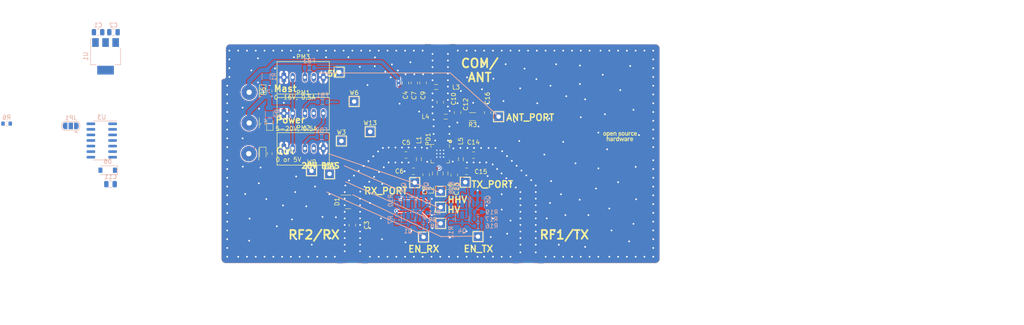
<source format=kicad_pcb>
(kicad_pcb (version 20211014) (generator pcbnew)
  (title_block (title "PIN Switcher") (date "2021-01-02") (rev "v1") (company "petrinm"))
  (layers (0 "F.Cu" signal) (31 "B.Cu" signal) (34 "B.Paste" user) (35 "F.Paste" user) (36 "B.SilkS" user "B.Silkscreen") (37 "F.SilkS" user "F.Silkscreen") (38 "B.Mask" user) (39 "F.Mask" user) (44 "Edge.Cuts" user))
  (net 0 "")
  (net 1 "GND")
  (net 2 "/RX_BIAS")
  (net 3 "Net-(C3-Pad1)")
  (net 4 "Net-(C3-Pad2)")
  (net 5 "Net-(C5-Pad1)")
  (net 6 "/BIAS_VOLTAGE")
  (net 7 "/TX_PORT")
  (net 8 "/RX_PORT")
  (net 9 "Net-(L2-Pad2)")
  (net 10 "Net-(PD1-Pad2)")
  (net 11 "/POWER")
  (net 12 "/PREAMP_BIAS")
  (net 13 "/ANT_PORT")
  (net 14 "+5V")
  (net 15 "/CTRL")
  (net 16 "Net-(C10-Pad1)")
  (net 17 "Net-(D3-Pad2)")
  (net 18 "Net-(C12-Pad2)")
  (net 19 "Net-(C14-Pad2)")
  (net 20 "Net-(C14-Pad1)")
  (net 21 "Net-(C16-Pad2)")
  (net 22 "Net-(D5-Pad2)")
  (net 23 "Net-(D6-Pad1)")
  (net 24 "Net-(D2-Pad2)")
  (net 25 "Net-(JP1-Pad1)")
  (net 26 "Net-(L6-Pad1)")
  (net 27 "Net-(JP1-Pad3)")
  (net 28 "/Bias Driver/EN_RX_BIAS")
  (net 34 "Net-(Q1-Pad2)")
  (net 35 "Net-(Q1-Pad3)")
  (net 36 "Net-(Q3-Pad1)")
  (net 37 "Net-(Q4-Pad2)")
  (net 38 "Net-(Q4-Pad3)")
  (net 39 "Net-(Q6-Pad1)")
  (net 40 "/Bias Driver/EN_TX_BIAS")
  (net 47 "/Bias Driver/HHV")
  (net 48 "Net-(FB1-Pad2)")
  (net 49 "Net-(FB2-Pad2)")
  (net 50 "Net-(FB3-Pad2)")
  (net 51 "Net-(C2-Pad1)")
  (net 52 "/Boost/HHV")
  (net 53 "/Boost/HV")
  (net 54 "Net-(JP1-Pad2)")
  (net 55 "Net-(U3-Pad6)")
  (net 56 "/Bias Driver/5V")
  (footprint "Capacitor_SMD:C_0805_2012Metric" (layer "F.Cu") (at 122.2 129.3 180)
    (fp_text reference "C5")
    (fp_text value "100p, C0G, 50V")
  )
  (footprint "Capacitor_SMD:C_0805_2012Metric" (layer "F.Cu") (at 130 117.2625 -90)
    (fp_text reference "C10")
    (fp_text value "100p, C0G, 50V")
  )
  (footprint "Inductor_SMD:L_0805_2012Metric" (layer "F.Cu") (at 128.8 133.5 90)
    (fp_text reference "L2")
    (fp_text value "100n")
  )
  (footprint "Capacitor_SMD:C_0805_2012Metric" (layer "F.Cu") (at 137.6 129.325 180)
    (fp_text reference "C14")
    (fp_text value "100p, C0G, 50V")
  )
  (footprint "Inductor_SMD:L_0805_2012Metric" (layer "F.Cu") (at 129.0625 113.8 180)
    (fp_text reference "L3")
    (fp_text value "56n")
  )
  (footprint "Capacitor_SMD:C_0805_2012Metric" (layer "F.Cu") (at 110 145.3125 -90)
    (fp_text reference "C3")
    (fp_text value "C")
  )
  (footprint "Capacitor_SMD:C_0805_2012Metric" (layer "F.Cu") (at 122.1 112.8625 90)
    (fp_text reference "C4")
    (fp_text value "10n")
  )
  (footprint "Capacitor_SMD:C_0805_2012Metric" (layer "F.Cu") (at 124.1 112.8625 90)
    (fp_text reference "C7")
    (fp_text value "1n")
  )
  (footprint "Capacitor_SMD:C_0805_2012Metric" (layer "F.Cu") (at 126.1 112.8625 90)
    (fp_text reference "C9")
    (fp_text value "100p")
  )
  (footprint "Connector_Coaxial:SMA_Samtec_SMA-J-P-H-ST-EM1_EdgeMount" (layer "F.Cu") (at 130 106.1 90)
    (fp_text reference "P2" hide)
    (fp_text value "N-connector edge")
  )
  (footprint "Connector_Coaxial:SMA_Samtec_SMA-J-P-H-ST-EM1_EdgeMount" (layer "F.Cu") (at 110 151.9 -90)
    (fp_text reference "P1" hide)
    (fp_text value "SMA-connector edge")
  )
  (footprint "Connector_Coaxial:SMA_Samtec_SMA-J-P-H-ST-EM1_EdgeMount" (layer "F.Cu") (at 150.05 151.9 -90)
    (fp_text reference "P3" hide)
    (fp_text value "N-connector edge")
  )
  (footprint "Package_TO_SOT_SMD:SOT-23" (layer "F.Cu") (at 109 140)
    (fp_text reference "D1")
    (fp_text value "BAV99")
  )
  (footprint "Capacitor_SMD:C_0805_2012Metric" (layer "F.Cu") (at 123.9 133)
    (fp_text reference "C6")
    (fp_text value "10n")
  )
  (footprint "Capacitor_SMD:C_0805_2012Metric" (layer "F.Cu") (at 136 133 180)
    (fp_text reference "C15")
    (fp_text value "10n, X7R, 50V")
  )
  (footprint "Capacitor_SMD:C_0805_2012Metric" (layer "F.Cu") (at 140.8 119.6125 -90)
    (fp_text reference "C16")
    (fp_text value "1u, X7R, 50V")
  )
  (footprint "Inductor_SMD:L_0805_2012Metric" (layer "F.Cu") (at 131.2375 120.55)
    (fp_text reference "L4")
    (fp_text value "100n")
  )
  (footprint "Inductor_SMD:L_0805_2012Metric" (layer "F.Cu") (at 134.7 130.2625 90)
    (fp_text reference "L5")
    (fp_text value "100n")
  )
  (footprint "Package_DFN_QFN:QFN-16-1EP_4x4mm_P0.65mm_EP2.15x2.15mm_ThermalVias" (layer "F.Cu") (at 130 129 -90)
    (fp_text reference "PD1")
    (fp_text value "SKY12212-478LF")
  )
  (footprint "Inductor_SMD:L_0805_2012Metric" (layer "F.Cu") (at 125.15 130.2375 90)
    (fp_text reference "L1")
    (fp_text value "100n")
  )
  (footprint "Resistor_SMD:R_1206_3216Metric" (layer "F.Cu") (at 137.35 120.55 180)
    (fp_text reference "R3")
    (fp_text value "0R")
  )
  (footprint "Capacitor_SMD:C_0805_2012Metric" (layer "F.Cu") (at 133.95 119.6125 -90)
    (fp_text reference "C12")
    (fp_text value "10n, X7R, 50V")
  )
  (footprint "Connector_Wire:SolderWirePad_1x01_Drill1.2mm" (layer "F.Cu") (at 86.5 115 90)
    (fp_text reference "J1" hide)
    (fp_text value "Conn_01x01")
  )
  (footprint "Connector_Wire:SolderWirePad_1x01_Drill1.2mm" (layer "F.Cu") (at 86.5 122 90)
    (fp_text reference "J2" hide)
    (fp_text value "Conn_01x01")
  )
  (footprint "Connector_Wire:SolderWirePad_1x01_Drill1.2mm" (layer "F.Cu") (at 86.4 129 90)
    (fp_text reference "J3" hide)
    (fp_text value "Conn_01x01")
  )
  (footprint "TestPoint:TestPoint_THTPad_2.0x2.0mm_Drill1.0mm" (layer "F.Cu") (at 143.3 120.56)
    (fp_text reference "W1" hide)
    (fp_text value "Wire Jumper")
  )
  (footprint "TestPoint:TestPoint_THTPad_2.0x2.0mm_Drill1.0mm" (layer "F.Cu") (at 107 110.4)
    (fp_text reference "W2" hide)
    (fp_text value "Wire Jumper")
  )
  (footprint "Capacitor_SMD:C_0805_2012Metric" (layer "F.Cu") (at 126.8 133.8 -90)
    (fp_text reference "C8")
    (fp_text value "10n")
  )
  (footprint "Capacitor_SMD:C_0805_2012Metric" (layer "F.Cu") (at 133.2 133.9 -90)
    (fp_text reference "C13")
    (fp_text value "10n")
  )
  (footprint "Inductor_SMD:L_0805_2012Metric" (layer "F.Cu") (at 131.2 133.5 -90)
    (fp_text reference "L6")
    (fp_text value "820n")
  )
  (footprint "TestPoint:TestPoint_THTPad_2.0x2.0mm_Drill1.0mm" (layer "F.Cu") (at 107.5 126.1)
    (fp_text reference "W3")
    (fp_text value "Wire Jumper")
  )
  (footprint "TestPoint:TestPoint_THTPad_2.0x2.0mm_Drill1.0mm" (layer "F.Cu") (at 138.6 147.9)
    (fp_text reference "W12" hide)
    (fp_text value "Wire Jumper")
  )
  (footprint "TestPoint:TestPoint_THTPad_2.0x2.0mm_Drill1.0mm" (layer "F.Cu") (at 114.05 124)
    (fp_text reference "W13")
    (fp_text value "Wire Jumper")
  )
  (footprint "Symbol:OSHW-Logo_7.5x8mm_SilkScreen" (layer "F.Cu") (at 170.95 122.15)
    (fp_text reference "REF**" hide)
    (fp_text value "OSHW-Logo_7.5x8mm_SilkScreen" hide)
  )
  (footprint "Misc:SIP5_Traco_TRN1" (layer "F.Cu") (at 98.8 119.8)
    (fp_text reference "PM1")
    (fp_text value "TRN_1-1211")
  )
  (footprint "Resistor_SMD:R_0603_1608Metric" (layer "F.Cu") (at 91.2 129 90)
    (fp_text reference "R4" hide)
    (fp_text value "10k")
  )
  (footprint "Misc:SIP5_Traco_TRN1" (layer "F.Cu") (at 98.8 111.6)
    (fp_text reference "PM3")
    (fp_text value "TRN_1-1210")
  )
  (footprint "TestPoint:TestPoint_THTPad_2.0x2.0mm_Drill1.0mm" (layer "F.Cu") (at 124.2 135.6)
    (fp_text reference "W5" hide)
    (fp_text value "Wire Jumper")
  )
  (footprint "Misc:SIP5_Traco_TRN1" (layer "F.Cu") (at 98.8 127.8)
    (fp_text reference "PM2")
    (fp_text value "TRN_1-1215")
  )
  (footprint "Resistor_SMD:R_0603_1608Metric" (layer "F.Cu") (at 89.6 122.2 -90)
    (fp_text reference "R15" hide)
    (fp_text value "10k")
  )
  (footprint "TestPoint:TestPoint_THTPad_2.0x2.0mm_Drill1.0mm" (layer "F.Cu") (at 130.1 141.2)
    (fp_text reference "W8" hide)
    (fp_text value "Wire Jumper")
  )
  (footprint "LED_SMD:LED_0603_1608Metric" (layer "F.Cu") (at 89.6 129 -90)
    (fp_text reference "D2" hide)
    (fp_text value "LED")
  )
  (footprint "TestPoint:TestPoint_THTPad_2.0x2.0mm_Drill1.0mm" (layer "F.Cu") (at 130.1 144.9)
    (fp_text reference "W14" hide)
    (fp_text value "Wire Jumper")
  )
  (footprint "Resistor_SMD:R_0603_1608Metric" (layer "F.Cu") (at 91.15 114.75 90)
    (fp_text reference "R5")
    (fp_text value "10k")
  )
  (footprint "TestPoint:TestPoint_THTPad_2.0x2.0mm_Drill1.0mm" (layer "F.Cu") (at 135.7 135.5)
    (fp_text reference "W7" hide)
    (fp_text value "Wire Jumper")
  )
  (footprint "TestPoint:TestPoint_THTPad_2.0x2.0mm_Drill1.0mm" (layer "F.Cu") (at 126.2 148)
    (fp_text reference "W11" hide)
    (fp_text value "Wire Jumper")
  )
  (footprint "LED_SMD:LED_0603_1608Metric" (layer "F.Cu") (at 91.2 122.2 90)
    (fp_text reference "D5" hide)
    (fp_text value "LED")
  )
  (footprint "TestPoint:TestPoint_THTPad_2.0x2.0mm_Drill1.0mm" (layer "F.Cu") (at 100.7 132.9)
    (fp_text reference "W9")
    (fp_text value "Wire Jumper")
  )
  (footprint "TestPoint:TestPoint_THTPad_2.0x2.0mm_Drill1.0mm" (layer "F.Cu") (at 104.8 133.6)
    (fp_text reference "W10")
    (fp_text value "Wire Jumper")
  )
  (footprint "LED_SMD:LED_0603_1608Metric" (layer "F.Cu") (at 89.6 114.7875 -90)
    (fp_text reference "D3" hide)
    (fp_text value "LED")
  )
  (footprint "TestPoint:TestPoint_THTPad_2.0x2.0mm_Drill1.0mm" (layer "F.Cu") (at 130.1 137.6)
    (fp_text reference "W4" hide)
    (fp_text value "Wire Jumper")
  )
  (footprint "TestPoint:TestPoint_THTPad_2.0x2.0mm_Drill1.0mm" (layer "F.Cu") (at 110.4 117.1)
    (fp_text reference "W6")
    (fp_text value "Wire Jumper")
  )
  (footprint "Resistor_SMD:R_1206_3216Metric" (layer "B.Cu") (at 90.35 111.4 -90)
    (fp_text reference "R1")
    (fp_text value "0R")
  )
  (footprint "Resistor_SMD:R_1206_3216Metric" (layer "B.Cu") (at 91.1 120 90)
    (fp_text reference "R2")
    (fp_text value "0R")
  )
  (footprint "Capacitor_SMD:C_0805_2012Metric" (layer "B.Cu") (at 52.1 101.3)
    (fp_text reference "C1")
    (fp_text value "1u")
  )
  (footprint "Capacitor_SMD:C_0805_2012Metric" (layer "B.Cu") (at 55.6 101.3 180)
    (fp_text reference "C2")
    (fp_text value "1u")
  )
  (footprint "Package_TO_SOT_SMD:SOT-223-3_TabPin2" (layer "B.Cu") (at 53.8 106.8 -90)
    (fp_text reference "U1")
    (fp_text value "MCP1703A-5002_SOT223")
  )
  (footprint "Jumper:SolderJumper-3_P1.3mm_Open_RoundedPad1.0x1.5mm" (layer "B.Cu") (at 45.88381 122.66 180)
    (fp_text reference "JP1")
    (fp_text value "SolderJumper_3_Open")
  )
  (footprint "Resistor_SMD:R_0603_1608Metric" (layer "B.Cu") (at 138.6 142.3)
    (fp_text reference "R19")
    (fp_text value "220")
  )
  (footprint "Resistor_SMD:R_0603_1608Metric" (layer "B.Cu") (at 138.6 145.5 180)
    (fp_text reference "R16")
    (fp_text value "2k7")
  )
  (footprint "Resistor_SMD:R_0603_1608Metric" (layer "B.Cu") (at 138.6 143.9)
    (fp_text reference "R17")
    (fp_text value "1k")
  )
  (footprint "Package_TO_SOT_SMD:SOT-23" (layer "B.Cu") (at 138.5 139.5 90)
    (fp_text reference "Q6")
    (fp_text value "FCX495")
  )
  (footprint "Capacitor_SMD:C_0805_2012Metric" (layer "B.Cu") (at 54.93381 135.95 180)
    (fp_text reference "C11")
    (fp_text value "100n")
  )
  (footprint "Inductor_SMD:L_0805_2012Metric" (layer "B.Cu") (at 100.2 109.4 180)
    (fp_text reference "FB3")
    (fp_text value "Ferrite bead, 1k @100MHz")
  )
  (footprint "Resistor_SMD:R_0603_1608Metric" (layer "B.Cu") (at 126.2 145.7 180)
    (fp_text reference "R8")
    (fp_text value "2k7")
  )
  (footprint "Resistor_SMD:R_0603_1608Metric" (layer "B.Cu") (at 31.27381 122.14 180)
    (fp_text reference "R6")
    (fp_text value "10k")
  )
  (footprint "Package_TO_SOT_SMD:SOT-23" (layer "B.Cu") (at 126.2 139.6 90)
    (fp_text reference "Q3")
    (fp_text value "FCX495")
  )
  (footprint "Package_TO_SOT_SMD:SOT-23" (layer "B.Cu") (at 135 139.5 90)
    (fp_text reference "Q5")
    (fp_text value "MMBTA92")
  )
  (footprint "Inductor_SMD:L_0805_2012Metric" (layer "B.Cu") (at 103.2 117.2 180)
    (fp_text reference "FB1")
    (fp_text value "Ferrite bead, 1k @100MHz")
  )
  (footprint "Inductor_SMD:L_0805_2012Metric" (layer "B.Cu") (at 103 125.2 180)
    (fp_text reference "FB2")
    (fp_text value "Ferrite bead, 1k @100MHz")
  )
  (footprint "Resistor_SMD:R_0603_1608Metric" (layer "B.Cu") (at 132.45 139.75 -90)
    (fp_text reference "R18")
    (fp_text value "10k")
  )
  (footprint "Resistor_SMD:R_0603_1608Metric" (layer "B.Cu") (at 126.2 142.5)
    (fp_text reference "R11")
    (fp_text value "220")
  )
  (footprint "Package_TO_SOT_SMD:SOT-23" (layer "B.Cu") (at 135 143.9 -90)
    (fp_text reference "Q4")
    (fp_text value "FCX495")
  )
  (footprint "Diode_SMD:D_SOD-123" (layer "B.Cu") (at 54.28381 132.77 180)
    (fp_text reference "D6")
    (fp_text value "D_Zener")
  )
  (footprint "Resistor_SMD:R_0603_1608Metric" (layer "B.Cu") (at 126.2 144.1)
    (fp_text reference "R9")
    (fp_text value "1k")
  )
  (footprint "Resistor_SMD:R_0603_1608Metric" (layer "B.Cu") (at 120.1 139.7 -90)
    (fp_text reference "R10")
    (fp_text value "10k")
  )
  (footprint "Package_SO:SOIC-14_3.9x8.7mm_P1.27mm" (layer "B.Cu") (at 52.93381 125.99 180)
    (fp_text reference "U3")
    (fp_text value "74HC04")
  )
  (footprint "Package_TO_SOT_SMD:SOT-23" (layer "B.Cu") (at 122.7 139.6 90)
    (fp_text reference "Q2")
    (fp_text value "MMBTA92")
  )
  (footprint "Resistor_SMD:R_0603_1608Metric" (layer "B.Cu") (at 120.1 144.1 -90)
    (fp_text reference "R7")
    (fp_text value "10k")
  )
  (footprint "Package_TO_SOT_SMD:SOT-23" (layer "B.Cu") (at 122.7 144 -90)
    (fp_text reference "Q1")
    (fp_text value "FCX495")
  )
  (footprint "Resistor_SMD:R_0603_1608Metric" (layer "B.Cu") (at 132.4 143.95 -90)
    (fp_text reference "R12")
    (fp_text value "10k")
  )
  (gr_line (start 143.3 120.5) (end 132.3 110.6) (layer "B.SilkS") (width 0.2))
  (gr_line (start 130.25 147.95) (end 110.05 138.35) (layer "B.SilkS") (width 0.2))
  (gr_line (start 138.6 147.8) (end 130.1 147.9) (layer "B.SilkS") (width 0.2))
  (gr_line (start 132.3 110.6) (end 102.4 110.6) (layer "B.SilkS") (width 0.2))
  (gr_line (start 126.05 147.5) (end 104.2 137.75) (layer "B.SilkS") (width 0.2))
  (gr_line (start 104.6 129) (end 130 137.8) (layer "B.SilkS") (width 0.2))
  (gr_line (start 130 141.5) (end 108.15 131.75) (layer "B.SilkS") (width 0.2))
  (gr_line (start 130.35 145.15) (end 108.5 135.4) (layer "B.SilkS") (width 0.2))
  (gr_line (start 88.7 130.5) (end 88.7 127.7) (layer "F.SilkS") (width 0.12))
  (gr_line (start 88.8 123.2) (end 88.8 120.8) (layer "F.SilkS") (width 0.12))
  (gr_line (start 88.8 116.25) (end 88.8 113.65) (layer "F.SilkS") (width 0.12))
  (gr_circle (center 132.3 126.2) (end 132.4 126.2) (layer "F.SilkS") (width 0.3) (fill none))
  (gr_line (start 81.15 105) (end 81.15 111.4) (layer "Edge.Cuts") (width 0.05))
  (gr_arc (start 180 153) (mid 179.707107 153.707107) (end 179 154) (layer "Edge.Cuts") (width 0.05))
  (gr_line (start 179 154) (end 81.15 154) (layer "Edge.Cuts") (width 0.05))
  (gr_line (start 80.15 112.4) (end 80.15 153) (layer "Edge.Cuts") (width 0.05))
  (gr_line (start 180 105) (end 180 153) (layer "Edge.Cuts") (width 0.05))
  (gr_arc (start 179 104) (mid 179.707107 104.292893) (end 180 105) (layer "Edge.Cuts") (width 0.05))
  (gr_arc (start 81.15 105) (mid 81.442893 104.292893) (end 82.15 104) (layer "Edge.Cuts") (width 0.05))
  (gr_line (start 82.15 104) (end 179 104) (layer "Edge.Cuts") (width 0.05))
  (gr_arc (start 81.15 111.4) (mid 81.003553 111.753553) (end 80.65 111.9) (layer "Edge.Cuts") (width 0.05))
  (gr_arc (start 80.15 112.4) (mid 80.296447 112.046447) (end 80.65 111.9) (layer "Edge.Cuts") (width 0.05))
  (gr_arc (start 81.15 154) (mid 80.442893 153.707107) (end 80.15 153) (layer "Edge.Cuts") (width 0.05))
  (gr_text "Ctrl" (at 92.45 128.35) (layer "F.SilkS") (effects (font (size 1.5 1.5) (thickness 0.3)) (justify left)))
  (gr_text "EN_TX" (at 138.7 150.7) (layer "F.SilkS") (effects (font (size 1.5 1.5) (thickness 0.3))))
  (gr_text "5-20V, 0.5A" (at 92.4 123.3) (layer "F.SilkS") (effects (font (size 1 1)) (justify left)))
  (gr_text "0 or 5V" (at 92.45 130.35) (layer "F.SilkS") (effects (font (size 1 1)) (justify left)))
  (gr_text "HHV" (at 133.9 139.5) (layer "F.SilkS") (effects (font (size 1.5 1.5) (thickness 0.3))))
  (gr_text "EN_RX" (at 126.25 150.75) (layer "F.SilkS") (effects (font (size 1.5 1.5) (thickness 0.3))))
  (gr_text "Power" (at 92.35 121.3) (layer "F.SilkS") (effects (font (size 1.5 1.5) (thickness 0.3)) (justify left)))
  (gr_text "RF1/TX" (at 158.25 147.5) (layer "F.SilkS") (effects (font (size 2 2) (thickness 0.4))))
  (gr_text "28V BIAS" (at 102.75 131.75) (layer "F.SilkS") (effects (font (size 1.27 1.27) (thickness 0.3))))
  (gr_text "ANT_PORT" (at 150.5 120.75) (layer "F.SilkS") (effects (font (size 1.5 1.5) (thickness 0.3))))
  (gr_text "Mast" (at 91.95 114.15) (layer "F.SilkS") (effects (font (size 1.5 1.5) (thickness 0.3)) (justify left)))
  (gr_text "0-16V, 0.5A" (at 92.05 116.15) (layer "F.SilkS") (effects (font (size 1 1)) (justify left)))
  (gr_text "TX_PORT" (at 141.85 136) (layer "F.SilkS") (effects (font (size 1.5 1.5) (thickness 0.3))))
  (gr_text "HV" (at 133.1 141.8) (layer "F.SilkS") (effects (font (size 1.5 1.5) (thickness 0.3))))
  (gr_text "5V" (at 105.5 110.75) (layer "F.SilkS") (effects (font (size 1.27 1.27) (thickness 0.3))))
  (gr_text "RF2/RX" (at 101.25 147.5) (layer "F.SilkS") (effects (font (size 2 2) (thickness 0.4))))
  (gr_text "COM/\nANT" (at 139 110) (layer "F.SilkS") (effects (font (size 2 2) (thickness 0.4))))
  (gr_text "RX_PORT" (at 122.7 137.5) (layer "F.SilkS") (effects (font (size 1.5 1.5) (thickness 0.3)) (justify right)))
  (segment (start 133.95 118.675) (end 133.95 117.5) (width 0.8) (layer "F.Cu") (net 1))
  (segment (start 124.1 111.925) (end 124.1 110.9) (width 0.6) (layer "F.Cu") (net 1))
  (segment (start 140.8 118.675) (end 140.8 117.6) (width 0.8) (layer "F.Cu") (net 1))
  (segment (start 126.1 111.925) (end 126.1 110.9) (width 0.6) (layer "F.Cu") (net 1))
  (segment (start 122.1 111.925) (end 122.1 110.9) (width 0.6) (layer "F.Cu") (net 1))
  (via (at 158 152.5) (size 0.8) (drill 0.4) (layers "F.Cu" "B.Cu") (net 1))
  (via (at 154 152.5) (size 0.8) (drill 0.4) (layers "F.Cu" "B.Cu") (net 1))
  (via (at 162 152.5) (size 0.8) (drill 0.4) (layers "F.Cu" "B.Cu") (net 1))
  (via (at 164 152.5) (size 0.8) (drill 0.4) (layers "F.Cu" "B.Cu") (net 1))
  (via (at 160 152.5) (size 0.8) (drill 0.4) (layers "F.Cu" "B.Cu") (net 1))
  (via (at 156 152.5) (size 0.8) (drill 0.4) (layers "F.Cu" "B.Cu") (net 1))
  (via (at 118.24 131.01) (size 0.8) (drill 0.4) (layers "F.Cu" "B.Cu") (net 1))
  (via (at 119.8 131.01) (size 0.8) (drill 0.4) (layers "F.Cu" "B.Cu") (net 1))
  (via (at 121.3 131) (size 0.8) (drill 0.4) (layers "F.Cu" "B.Cu") (net 1))
  (via (at 122.8 131) (size 0.8) (drill 0.4) (layers "F.Cu" "B.Cu") (net 1))
  (via (at 148.25 137.75) (size 0.8) (drill 0.4) (layers "F.Cu" "B.Cu") (net 1))
  (via (at 128.25 109.25) (size 0.8) (drill 0.4) (layers "F.Cu" "B.Cu") (net 1))
  (via (at 131.75 109.25) (size 0.8) (drill 0.4) (layers "F.Cu" "B.Cu") (net 1))
  (via (at 128.25 107.75) (size 0.8) (drill 0.4) (layers "F.Cu" "B.Cu") (net 1))
  (via (at 131.75 107.75) (size 0.8) (drill 0.4) (layers "F.Cu" "B.Cu") (net 1))
  (via (at 131.75 110.75) (size 0.8) (drill 0.4) (layers "F.Cu" "B.Cu") (net 1))
  (via (at 131.75 112.25) (size 0.8) (drill 0.4) (layers "F.Cu" "B.Cu") (net 1))
  (via (at 128.25 112.25) (size 0.8) (drill 0.4) (layers "F.Cu" "B.Cu") (net 1))
  (via (at 128.25 110.75) (size 0.8) (drill 0.4) (layers "F.Cu" "B.Cu") (net 1))
  (via (at 128.25 115.25) (size 0.8) (drill 0.4) (layers "F.Cu" "B.Cu") (net 1))
  (via (at 131.75 115.25) (size 0.8) (drill 0.4) (layers "F.Cu" "B.Cu") (net 1))
  (via (at 128.25 116.8) (size 0.8) (drill 0.4) (layers "F.Cu" "B.Cu") (net 1))
  (via (at 128.25 118.3) (size 0.8) (drill 0.4) (layers "F.Cu" "B.Cu") (net 1))
  (via (at 128.25 119.8) (size 0.8) (drill 0.4) (layers "F.Cu" "B.Cu") (net 1))
  (via (at 131.75 116.75) (size 0.8) (drill 0.4) (layers "F.Cu" "B.Cu") (net 1))
  (via (at 131.75 118.25) (size 0.8) (drill 0.4) (layers "F.Cu" "B.Cu") (net 1))
  (via (at 128.25 106.25) (size 0.8) (drill 0.4) (layers "F.Cu" "B.Cu") (net 1))
  (via (at 131.75 106.25) (size 0.8) (drill 0.4) (layers "F.Cu" "B.Cu") (net 1))
  (via (at 109.25 135.1) (size 0.8) (drill 0.4) (layers "F.Cu" "B.Cu") (net 1))
  (via (at 110.35 134) (size 0.8) (drill 0.4) (layers "F.Cu" "B.Cu") (net 1))
  (via (at 111.45 132.9) (size 0.8) (drill 0.4) (layers "F.Cu" "B.Cu") (net 1))
  (via (at 112.55 131.8) (size 0.8) (drill 0.4) (layers "F.Cu" "B.Cu") (net 1))
  (via (at 113.65 130.7) (size 0.8) (drill 0.4) (layers "F.Cu" "B.Cu") (net 1))
  (via (at 114.75 129.6) (size 0.8) (drill 0.4) (layers "F.Cu" "B.Cu") (net 1))
  (via (at 115.85 128.5) (size 0.8) (drill 0.4) (layers "F.Cu" "B.Cu") (net 1))
  (via (at 116.95 127.7) (size 0.8) (drill 0.4) (layers "F.Cu" "B.Cu") (net 1))
  (via (at 119.8 127.6) (size 0.8) (drill 0.4) (layers "F.Cu" "B.Cu") (net 1))
  (via (at 118.25 127.6) (size 0.8) (drill 0.4) (layers "F.Cu" "B.Cu") (net 1))
  (via (at 140.5 131) (size 0.8) (drill 0.4) (layers "F.Cu" "B.Cu") (net 1))
  (via (at 139 131) (size 0.8) (drill 0.4) (layers "F.Cu" "B.Cu") (net 1))
  (via (at 137.6 131) (size 0.8) (drill 0.4) (layers "F.Cu" "B.Cu") (net 1))
  (via (at 136.1 131) (size 0.8) (drill 0.4) (layers "F.Cu" "B.Cu") (net 1))
  (via (at 142.6 127.7) (size 0.8) (drill 0.4) (layers "F.Cu" "B.Cu") (net 1))
  (via (at 137.7 127.7) (size 0.8) (drill 0.4) (layers "F.Cu" "B.Cu") (net 1))
  (via (at 121.3 127.6) (size 0.8) (drill 0.4) (layers "F.Cu" "B.Cu") (net 1))
  (via (at 122.8 127.6) (size 0.8) (drill 0.4) (layers "F.Cu" "B.Cu") (net 1))
  (via (at 132.85 130.8) (size 0.8) (drill 0.4) (layers "F.Cu" "B.Cu") (net 1))
  (via (at 133 127.8) (size 0.8) (drill 0.4) (layers "F.Cu" "B.Cu") (net 1))
  (via (at 131.75 113.7) (size 0.8) (drill 0.4) (layers "F.Cu" "B.Cu") (net 1))
  (via (at 128.5 121.25) (size 0.8) (drill 0.4) (layers "F.Cu" "B.Cu") (net 1))
  (via (at 128.5 122.75) (size 0.8) (drill 0.4) (layers "F.Cu" "B.Cu") (net 1))
  (via (at 128.5 124.5) (size 0.8) (drill 0.4) (layers "F.Cu" "B.Cu") (net 1))
  (via (at 132.1 124.5) (size 0.8) (drill 0.4) (layers "F.Cu" "B.Cu") (net 1))
  (via (at 132.1 122.8) (size 0.8) (drill 0.4) (layers "F.Cu" "B.Cu") (net 1))
  (via (at 140.8 117.6) (size 0.8) (drill 0.4) (layers "F.Cu" "B.Cu") (net 1))
  (via (at 140.6 140.8) (size 0.8) (drill 0.4) (layers "F.Cu" "B.Cu") (net 1))
  (via (at 92 152.5) (size 0.8) (drill 0.4) (layers "F.Cu" "B.Cu") (net 1))
  (via (at 90 152.5) (size 0.8) (drill 0.4) (layers "F.Cu" "B.Cu") (net 1))
  (via (at 88 152.5) (size 0.8) (drill 0.4) (layers "F.Cu" "B.Cu") (net 1))
  (via (at 86 152.5) (size 0.8) (drill 0.4) (layers "F.Cu" "B.Cu") (net 1))
  (via (at 84 152.5) (size 0.8) (drill 0.4) (layers "F.Cu" "B.Cu") (net 1))
  (via (at 81.5 152.5) (size 0.8) (drill 0.4) (layers "F.Cu" "B.Cu") (net 1))
  (via (at 92 105.5) (size 0.8) (drill 0.4) (layers "F.Cu" "B.Cu") (net 1))
  (via (at 90 105.5) (size 0.8) (drill 0.4) (layers "F.Cu" "B.Cu") (net 1))
  (via (at 88 105.5) (size 0.8) (drill 0.4) (layers "F.Cu" "B.Cu") (net 1))
  (via (at 86 105.5) (size 0.8) (drill 0.4) (layers "F.Cu" "B.Cu") (net 1))
  (via (at 84 105.5) (size 0.8) (drill 0.4) (layers "F.Cu" "B.Cu") (net 1))
  (via (at 82 105.5) (size 0.8) (drill 0.4) (layers "F.Cu" "B.Cu") (net 1))
  (via (at 168.5 105.5) (size 0.8) (drill 0.4) (layers "F.Cu" "B.Cu") (net 1))
  (via (at 176.5 105.5) (size 0.8) (drill 0.4) (layers "F.Cu" "B.Cu") (net 1))
  (via (at 174.5 105.5) (size 0.8) (drill 0.4) (layers "F.Cu" "B.Cu") (net 1))
  (via (at 172.5 105.5) (size 0.8) (drill 0.4) (layers "F.Cu" "B.Cu") (net 1))
  (via (at 170.5 105.5) (size 0.8) (drill 0.4) (layers "F.Cu" "B.Cu") (net 1))
  (via (at 166.5 105.5) (size 0.8) (drill 0.4) (layers "F.Cu" "B.Cu") (net 1))
  (via (at 178.5 142.5) (size 0.8) (drill 0.4) (layers "F.Cu" "B.Cu") (net 1))
  (via (at 178.5 146.5) (size 0.8) (drill 0.4) (layers "F.Cu" "B.Cu") (net 1))
  (via (at 178.5 130.5) (size 0.8) (drill 0.4) (layers "F.Cu" "B.Cu") (net 1))
  (via (at 178.5 150.5) (size 0.8) (drill 0.4) (layers "F.Cu" "B.Cu") (net 1))
  (via (at 178.5 144.5) (size 0.8) (drill 0.4) (layers "F.Cu" "B.Cu") (net 1))
  (via (at 178.5 134.5) (size 0.8) (drill 0.4) (layers "F.Cu" "B.Cu") (net 1))
  (via (at 178.5 132.5) (size 0.8) (drill 0.4) (layers "F.Cu" "B.Cu") (net 1))
  (via (at 178.5 138.5) (size 0.8) (drill 0.4) (layers "F.Cu" "B.Cu") (net 1))
  (via (at 178.5 136.5) (size 0.8) (drill 0.4) (layers "F.Cu" "B.Cu") (net 1))
  (via (at 178.5 140.5) (size 0.8) (drill 0.4) (layers "F.Cu" "B.Cu") (net 1))
  (via (at 178.5 148.5) (size 0.8) (drill 0.4) (layers "F.Cu" "B.Cu") (net 1))
  (via (at 178.5 152.5) (size 0.8) (drill 0.4) (layers "F.Cu" "B.Cu") (net 1))
  (via (at 168.5 152.5) (size 0.8) (drill 0.4) (layers "F.Cu" "B.Cu") (net 1))
  (via (at 172.5 152.5) (size 0.8) (drill 0.4) (layers "F.Cu" "B.Cu") (net 1))
  (via (at 176.5 152.5) (size 0.8) (drill 0.4) (layers "F.Cu" "B.Cu") (net 1))
  (via (at 174.5 152.5) (size 0.8) (drill 0.4) (layers "F.Cu" "B.Cu") (net 1))
  (via (at 170.5 152.5) (size 0.8) (drill 0.4) (layers "F.Cu" "B.Cu") (net 1))
  (via (at 167.5 120) (size 0.8) (drill 0.4) (layers "F.Cu" "B.Cu") (net 1))
  (via (at 171 114.5) (size 0.8) (drill 0.4) (layers "F.Cu" "B.Cu") (net 1))
  (via (at 167 111) (size 0.8) (drill 0.4) (layers "F.Cu" "B.Cu") (net 1))
  (via (at 174 119) (size 0.8) (drill 0.4) (layers "F.Cu" "B.Cu") (net 1))
  (via (at 175.25 124.75) (size 0.8) (drill 0.4) (layers "F.Cu" "B.Cu") (net 1))
  (via (at 168 128) (size 0.8) (drill 0.4) (layers "F.Cu" "B.Cu") (net 1))
  (via (at 174.5 132) (size 0.8) (drill 0.4) (layers "F.Cu" "B.Cu") (net 1))
  (via (at 170.5 135.5) (size 0.8) (drill 0.4) (layers "F.Cu" "B.Cu") (net 1))
  (via (at 168.5 141.5) (size 0.8) (drill 0.4) (layers "F.Cu" "B.Cu") (net 1))
  (via (at 169 146.5) (size 0.8) (drill 0.4) (layers "F.Cu" "B.Cu") (net 1))
  (via (at 174 145) (size 0.8) (drill 0.4) (layers "F.Cu" "B.Cu") (net 1))
  (via (at 173 149) (size 0.8) (drill 0.4) (layers "F.Cu" "B.Cu") (net 1))
  (via (at 88.7 135.75) (size 0.8) (drill 0.4) (layers "F.Cu" "B.Cu") (net 1))
  (via (at 92.8 145.55) (size 0.8) (drill 0.4) (layers "F.Cu" "B.Cu") (net 1))
  (via (at 86.5 148.85) (size 0.8) (drill 0.4) (layers "F.Cu" "B.Cu") (net 1))
  (via (at 120.75 117.6) (size 0.8) (drill 0.4) (layers "F.Cu" "B.Cu") (net 1))
  (via (at 85.05 131.95) (size 0.8) (drill 0.4) (layers "F.Cu" "B.Cu") (net 1))
  (via (at 96.7 107) (size 0.8) (drill 0.4) (layers "F.Cu" "B.Cu") (net 1))
  (via (at 173.25 109) (size 0.8) (drill 0.4) (layers "F.Cu" "B.Cu") (net 1))
  (via (at 81.5 119.5) (size 0.8) (drill 0.4) (layers "F.Cu" "B.Cu") (net 1))
  (via (at 123.2 108.15) (size 0.8) (drill 0.4) (layers "F.Cu" "B.Cu") (net 1))
  (via (at 136 146.7) (size 0.8) (drill 0.4) (layers "F.Cu" "B.Cu") (net 1))
  (via (at 146.9 121.7) (size 0.8) (drill 0.4) (layers "F.Cu" "B.Cu") (net 1))
  (via (at 178.5 123.5) (size 0.8) (drill 0.4) (layers "F.Cu" "B.Cu") (net 1))
  (via (at 104 107) (size 0.8) (drill 0.4) (layers "F.Cu" "B.Cu") (net 1))
  (via (at 178.5 115.5) (size 0.8) (drill 0.4) (layers "F.Cu" "B.Cu") (net 1))
  (via (at 121.9 133) (size 0.8) (drill 0.4) (layers "F.Cu" "B.Cu") (net 1))
  (via (at 96.25 144) (size 0.8) (drill 0.4) (layers "F.Cu" "B.Cu") (net 1))
  (via (at 111.75 139.25) (size 0.8) (drill 0.4) (layers "F.Cu" "B.Cu") (net 1))
  (via (at 136 152.5) (size 0.8) (drill 0.4) (layers "F.Cu" "B.Cu") (net 1))
  (via (at 151.75 142.25) (size 0.8) (drill 0.4) (layers "F.Cu" "B.Cu") (net 1))
  (via (at 81.5 121.5) (size 0.8) (drill 0.4) (layers "F.Cu" "B.Cu") (net 1))
  (via (at 111.75 151.25) (size 0.8) (drill 0.4) (layers "F.Cu" "B.Cu") (net 1))
  (via (at 104 152.5) (size 0.8) (drill 0.4) (layers "F.Cu" "B.Cu") (net 1))
  (via (at 108.25 137.75) (size 0.8) (drill 0.4) (layers "F.Cu" "B.Cu") (net 1))
  (via (at 124.3 127.6) (size 0.8) (drill 0.4) (layers "F.Cu" "B.Cu") (net 1))
  (via (at 86.6 143.8) (size 0.8) (drill 0.4) (layers "F.Cu" "B.Cu") (net 1))
  (via (at 121 136.9) (size 0.8) (drill 0.4) (layers "F.Cu" "B.Cu") (net 1))
  (via (at 108.25 143.75) (size 0.8) (drill 0.4) (layers "F.Cu" "B.Cu") (net 1))
  (via (at 148.25 145.25) (size 0.8) (drill 0.4) (layers "F.Cu" "B.Cu") (net 1))
  (via (at 126 105.5) (size 0.8) (drill 0.4) (layers "F.Cu" "B.Cu") (net 1))
  (via (at 116 152.5) (size 0.8) (drill 0.4) (layers "F.Cu" "B.Cu") (net 1))
  (via (at 116.8 135.9) (size 0.8) (drill 0.4) (layers "F.Cu" "B.Cu") (net 1))
  (via (at 122 105.5) (size 0.8) (drill 0.4) (layers "F.Cu" "B.Cu") (net 1))
  (via (at 108.4 136.25) (size 0.8) (drill 0.4) (layers "F.Cu" "B.Cu") (net 1))
  (via (at 103.2 143.4) (size 0.8) (drill 0.4) (layers "F.Cu" "B.Cu") (net 1))
  (via (at 148.25 149.75) (size 0.8) (drill 0.4) (layers "F.Cu" "B.Cu") (net 1))
  (via (at 81.5 115.5) (size 0.8) (drill 0.4) (layers "F.Cu" "B.Cu") (net 1))
  (via (at 166 124.2) (size 0.8) (drill 0.4) (layers "F.Cu" "B.Cu") (net 1))
  (via (at 81.5 130.5) (size 0.8) (drill 0.4) (layers "F.Cu" "B.Cu") (net 1))
  (via (at 125.8 127.6) (size 0.8) (drill 0.4) (layers "F.Cu" "B.Cu") (net 1))
  (via (at 128.2 146) (size 0.8) (drill 0.4) (layers "F.Cu" "B.Cu") (net 1))
  (via (at 138 105.5) (size 0.8) (drill 0.4) (layers "F.Cu" "B.Cu") (net 1))
  (via (at 148.25 142.25) (size 0.8) (drill 0.4) (layers "F.Cu" "B.Cu") (net 1))
  (via (at 111.75 146.75) (size 0.8) (drill 0.4) (layers "F.Cu" "B.Cu") (net 1))
  (via (at 151.75 143.75) (size 0.8) (drill 0.4) (layers "F.Cu" "B.Cu") (net 1))
  (via (at 147.2 136.7) (size 0.8) (drill 0.4) (layers "F.Cu" "B.Cu") (net 1))
  (via (at 145.2 129.55) (size 0.8) (drill 0.4) (layers "F.Cu" "B.Cu") (net 1))
  (via (at 108.25 148.25) (size 0.8) (drill 0.4) (layers "F.Cu" "B.Cu") (net 1))
  (via (at 148.25 140.75) (size 0.8) (drill 0.4) (layers "F.Cu" "B.Cu") (net 1))
  (via (at 100 152.5) (size 0.8) (drill 0.4) (layers "F.Cu" "B.Cu") (net 1))
  (via (at 157 149.75) (size 0.8) (drill 0.4) (layers "F.Cu" "B.Cu") (net 1))
  (via (at 115.15 107.05) (size 0.8) (drill 0.4) (layers "F.Cu" "B.Cu") (net 1))
  (via (at 106 105.5) (size 0.8) (drill 0.4) (layers "F.Cu" "B.Cu") (net 1))
  (via (at 160 105.5) (size 0.8) (drill 0.4) (layers "F.Cu" "B.Cu") (net 1))
  (via (at 154 105.5) (size 0.8) (drill 0.4) (layers "F.Cu" "B.Cu") (net 1))
  (via (at 111.75 142.25) (size 0.8) (drill 0.4) (layers "F.Cu" "B.Cu") (net 1))
  (via (at 144 138.25) (size 0.8) (drill 0.4) (layers "F.Cu" "B.Cu") (net 1))
  (via (at 144 152.5) (size 0.8) (drill 0.4) (layers "F.Cu" "B.Cu") (net 1))
  (via (at 137.25 150.25) (size 0.8) (drill 0.4) (layers "F.Cu" "B.Cu") (net 1))
  (via (at 178.5 113.5) (size 0.8) (drill 0.4) (layers "F.Cu" "B.Cu") (net 1))
  (via (at 99.5 141) (size 0.8) (drill 0.4) (layers "F.Cu" "B.Cu") (net 1))
  (via (at 124 152.5) (size 0.8) (drill 0.4) (layers "F.Cu" "B.Cu") (net 1))
  (via (at 146 152.5) (size 0.8) (drill 0.4) (layers "F.Cu" "B.Cu") (net 1))
  (via (at 94.2 140.8) (size 0.8) (drill 0.4) (layers "F.Cu" "B.Cu") (net 1))
  (via (at 160.8 131.2) (size 0.8) (drill 0.4) (layers "F.Cu" "B.Cu") (net 1))
  (via (at 97.2 134.2) (size 0.8) (drill 0.4) (layers "F.Cu" "B.Cu") (net 1))
  (via (at 158 126.3) (size 0.8) (drill 0.4) (layers "F.Cu" "B.Cu") (net 1))
  (via (at 151.75 136.25) (size 0.8) (drill 0.4) (layers "F.Cu" "B.Cu") (net 1))
  (via (at 94 152.5) (size 0.8) (drill 0.4) (layers "F.Cu" "B.Cu") (net 1))
  (via (at 166.01 132.34) (size 0.8) (drill 0.4) (layers "F.Cu" "B.Cu") (net 1))
  (via (at 85.6 138.2) (size 0.8) (drill 0.4) (layers "F.Cu" "B.Cu") (net 1))
  (via (at 178.5 117.5) (size 0.8) (drill 0.4) (layers "F.Cu" "B.Cu") (net 1))
  (via (at 81.5 136.5) (size 0.8) (drill 0.4) (layers "F.Cu" "B.Cu") (net 1))
  (via (at 114 146) (size 0.8) (drill 0.4) (layers "F.Cu" "B.Cu") (net 1))
  (via (at 178.5 105.5) (size 0.8) (drill 0.4) (layers "F.Cu" "B.Cu") (net 1))
  (via (at 151.75 151.5) (size 0.8) (drill 0.4) (layers "F.Cu" "B.Cu") (net 1))
  (via (at 154.8 121) (size 0.8) (drill 0.4) (layers "F.Cu" "B.Cu") (net 1))
  (via (at 128.1 139.3) (size 0.8) (drill 0.4) (layers "F.Cu" "B.Cu") (net 1))
  (via (at 141.95 131.45) (size 0.8) (drill 0.4) (layers "F.Cu" "B.Cu") (net 1))
  (via (at 165.46 136.94) (size 0.8) (drill 0.4) (layers "F.Cu" "B.Cu") (net 1))
  (via (at 125.2 119.4) (size 0.8) (drill 0.4) (layers "F.Cu" "B.Cu") (net 1))
  (via (at 146 144.25) (size 0.8) (drill 0.4) (layers "F.Cu" "B.Cu") (net 1))
  (via (at 85 125.5) (size 0.8) (drill 0.4) (layers "F.Cu" "B.Cu") (net 1))
  (via (at 163.75 143) (size 0.8) (drill 0.4) (layers "F.Cu" "B.Cu") (net 1))
  (via (at 81.5 134.5) (size 0.8) (drill 0.4) (layers "F.Cu" "B.Cu") (net 1))
  (via (at 132.15 119.25) (size 0.8) (drill 0.4) (layers "F.Cu" "B.Cu") (net 1))
  (via (at 132 152.5) (size 0.8) (drill 0.4) (layers "F.Cu" "B.Cu") (net 1))
  (via (at 134 105.5) (size 0.8) (drill 0.4) (layers "F.Cu" "B.Cu") (net 1))
  (via (at 148.25 151.5) (size 0.8) (drill 0.4) (layers "F.Cu" "B.Cu") (net 1))
  (via (at 138.5 137.4) (size 0.8) (drill 0.4) (layers "F.Cu" "B.Cu") (net 1))
  (via (at 148.5 132.85) (size 0.8) (drill 0.4) (layers "F.Cu" "B.Cu") (net 1))
  (via (at 153.7 129.2) (size 0.8) (drill 0.4) (layers "F.Cu" "B.Cu") (net 1))
  (via (at 151.75 137.75) (size 0.8) (drill 0.4) (layers "F.Cu" "B.Cu") (net 1))
  (via (at 113.45 113.35) (size 0.8) (drill 0.4) (layers "F.Cu" "B.Cu") (net 1))
  (via (at 141.5 148) (size 0.8) (drill 0.4) (layers "F.Cu" "B.Cu") (net 1))
  (via (at 117.15 132.1) (size 0.8) (drill 0.4) (layers "F.Cu" "B.Cu") (net 1))
  (via (at 122.1 110.9) (size 0.8) (drill 0.4) (layers "F.Cu" "B.Cu") (net 1))
  (via (at 108.25 151.25) (size 0.8) (drill 0.4) (layers "F.Cu" "B.Cu") (net 1))
  (via (at 102 152.5) (size 0.8) (drill 0.4) (layers "F.Cu" "B.Cu") (net 1))
  (via (at 144.4 117) (size 0.8) (drill 0.4) (layers "F.Cu" "B.Cu") (net 1))
  (via (at 98 105.5) (size 0.8) (drill 0.4) (layers "F.Cu" "B.Cu") (net 1))
  (via (at 162 120.7) (size 0.8) (drill 0.4) (layers "F.Cu" "B.Cu") (net 1))
  (via (at 111.8 137.65) (size 0.8) (drill 0.4) (layers "F.Cu" "B.Cu") (net 1))
  (via (at 144.1 128.45) (size 0.8) (drill 0.4) (layers "F.Cu" "B.Cu") (net 1))
  (via (at 81.5 125.5) (size 0.8) (drill 0.4) (layers "F.Cu" "B.Cu") (net 1))
  (via (at 158 105.5) (size 0.8) (drill 0.4) (layers "F.Cu" "B.Cu") (net 1))
  (via (at 142.1 111.9) (size 0.8) (drill 0.4) (layers "F.Cu" "B.Cu") (net 1))
  (via (at 149.2 109.6) (size 0.8) (drill 0.4) (layers "F.Cu" "B.Cu") (net 1))
  (via (at 82 107.5) (size 0.8) (drill 0.4) (layers "F.Cu" "B.Cu") (net 1))
  (via (at 133.9 121.9) (size 0.8) (drill 0.4) (layers "F.Cu" "B.Cu") (net 1))
  (via (at 102 105.5) (size 0.8) (drill 0.4) (layers "F.Cu" "B.Cu") (net 1))
  (via (at 146 105.5) (size 0.8) (drill 0.4) (layers "F.Cu" "B.Cu") (net 1))
  (via (at 151.75 148.25) (size 0.8) (drill 0.4) (layers "F.Cu" "B.Cu") (net 1))
  (via (at 145.05 134.6) (size 0.8) (drill 0.4) (layers "F.Cu" "B.Cu") (net 1))
  (via (at 174.6 139.4) (size 0.8) (drill 0.4) (layers "F.Cu" "B.Cu") (net 1))
  (via (at 178.5 107.5) (size 0.8) (drill 0.4) (layers "F.Cu" "B.Cu") (net 1))
  (via (at 128 152.5) (size 0.8) (drill 0.4) (layers "F.Cu" "B.Cu") (net 1))
  (via (at 88.5 112.75) (size 0.8) (drill 0.4) (layers "F.Cu" "B.Cu") (net 1))
  (via (at 140 105.5) (size 0.8) (drill 0.4) (layers "F.Cu" "B.Cu") (net 1))
  (via (at 96 152.5) (size 0.8) (drill 0.4) (layers "F.Cu" "B.Cu") (net 1))
  (via (at 148.25 139.25) (size 0.8) (drill 0.4) (layers "F.Cu" "B.Cu") (net 1))
  (via (at 178.5 121.5) (size 0.8) (drill 0.4) (layers "F.Cu" "B.Cu") (net 1))
  (via (at 111.75 148.25) (size 0.8) (drill 0.4) (layers "F.Cu" "B.Cu") (net 1))
  (via (at 132.2 148.1) (size 0.8) (drill 0.4) (layers "F.Cu" "B.Cu") (net 1))
  (via (at 161.8 113.1) (size 0.8) (drill 0.4) (layers "F.Cu" "B.Cu") (net 1))
  (via (at 114 140.25) (size 0.8) (drill 0.4) (layers "F.Cu" "B.Cu") (net 1))
  (via (at 178.5 127.5) (size 0.8) (drill 0.4) (layers "F.Cu" "B.Cu") (net 1))
  (via (at 155.1 113.5) (size 0.8) (drill 0.4) (layers "F.Cu" "B.Cu") (net 1))
  (via (at 131.75 126) (size 0.8) (drill 0.4) (layers "F.Cu" "B.Cu") (net 1))
  (via (at 87 110) (size 0.8) (drill 0.4) (layers "F.Cu" "B.Cu") (net 1))
  (via (at 144.9 108.6) (size 0.8) (drill 0.4) (layers "F.Cu" "B.Cu") (net 1))
  (via (at 162 105.5) (size 0.8) (drill 0.4) (layers "F.Cu" "B.Cu") (net 1))
  (via (at 151.75 146.75) (size 0.8) (drill 0.4) (layers "F.Cu" "B.Cu") (net 1))
  (via (at 142 152.5) (size 0.8) (drill 0.4) (layers "F.Cu" "B.Cu") (net 1))
  (via (at 108 105.5) (size 0.8) (drill 0.4) (layers "F.Cu" "B.Cu") (net 1))
  (via (at 146.3 130.65) (size 0.8) (drill 0.4) (layers "F.Cu" "B.Cu") (net 1))
  (via (at 154.25 143.75) (size 0.8) (drill 0.4) (layers "F.Cu" "B.Cu") (net 1))
  (via (at 142 105.5) (size 0.8) (drill 0.4) (layers "F.Cu" "B.Cu") (net 1))
  (via (at 136.1 111.6) (size 0.8) (drill 0.4) (layers "F.Cu" "B.Cu") (net 1))
  (via (at 148 126.1) (size 0.8) (drill 0.4) (layers "F.Cu" "B.Cu") (net 1))
  (via (at 97.25 148.5) (size 0.8) (drill 0.4) (layers "F.Cu" "B.Cu") (net 1))
  (via (at 163 116.6) (size 0.8) (drill 0.4) (layers "F.Cu" "B.Cu") (net 1))
  (via (at 115.1 109.05) (size 0.8) (drill 0.4) (layers "F.Cu" "B.Cu") (net 1))
  (via (at 100.75 149.75) (size 0.8) (drill 0.4) (layers "F.Cu" "B.Cu") (net 1))
  (via (at 114.95 134.3) (size 0.8) (drill 0.4) (layers "F.Cu" "B.Cu") (net 1))
  (via (at 178.5 111.5) (size 0.8) (drill 0.4) (layers "F.Cu" "B.Cu") (net 1))
  (via (at 81.5 132.5) (size 0.8) (drill 0.4) (layers "F.Cu" "B.Cu") (net 1))
  (via (at 155 140.25) (size 0.8) (drill 0.4) (layers "F.Cu" "B.Cu") (net 1))
  (via (at 166 152.5) (size 0.8) (drill 0.4) (layers "F.Cu" "B.Cu") (net 1))
  (via (at 137.5 117.4) (size 0.8) (drill 0.4) (layers "F.Cu" "B.Cu") (net 1))
  (via (at 108.25 146.75) (size 0.8) (drill 0.4) (layers "F.Cu" "B.Cu") (net 1))
  (via (at 149.6 133.95) (size 0.8) (drill 0.4) (layers "F.Cu" "B.Cu") (net 1))
  (via (at 122.1 149.2) (size 0.8) (drill 0.4) (layers "F.Cu" "B.Cu") (net 1))
  (via (at 118 152.5) (size 0.8) (drill 0.4) (layers "F.Cu" "B.Cu") (net 1))
  (via (at 108.25 145.25) (size 0.8) (drill 0.4) (layers "F.Cu" "B.Cu") (net 1))
  (via (at 94 105.5) (size 0.8) (drill 0.4) (layers "F.Cu" "B.Cu") (net 1))
  (via (at 155.25 135.25) (size 0.8) (drill 0.4) (layers "F.Cu" "B.Cu") (net 1))
  (via (at 133.95 117.5) (size 0.8) (drill 0.4) (layers "F.Cu" "B.Cu") (net 1))
  (via (at 164 105.5) (size 0.8) (drill 0.4) (layers "F.Cu" "B.Cu") (net 1))
  (via (at 108.25 149.75) (size 0.8) (drill 0.4) (layers "F.Cu" "B.Cu") (net 1))
  (via (at 127 127.75) (size 0.8) (drill 0.4) (layers "F.Cu" "B.Cu") (net 1))
  (via (at 144 141.75) (size 0.8) (drill 0.4) (layers "F.Cu" "B.Cu") (net 1))
  (via (at 161.8 108.9) (size 0.8) (drill 0.4) (layers "F.Cu" "B.Cu") (net 1))
  (via (at 142.95 132.5) (size 0.8) (drill 0.4) (layers "F.Cu" "B.Cu") (net 1))
  (via (at 138.7 122.8) (size 0.8) (drill 0.4) (layers "F.Cu" "B.Cu") (net 1))
  (via (at 96 105.5) (size 0.8) (drill 0.4) (layers "F.Cu" "B.Cu") (net 1))
  (via (at 138.5 152.5) (size 0.8) (drill 0.4) (layers "F.Cu" "B.Cu") (net 1))
  (via (at 134.6 127.7) (size 0.8) (drill 0.4) (layers "F.Cu" "B.Cu") (net 1))
  (via (at 100 105.5) (size 0.8) (drill 0.4) (layers "F.Cu" "B.Cu") (net 1))
  (via (at 81.5 150.5) (size 0.8) (drill 0.4) (layers "F.Cu" "B.Cu") (net 1))
  (via (at 116.5 143.75) (size 0.8) (drill 0.4) (layers "F.Cu" "B.Cu") (net 1))
  (via (at 148.25 146.75) (size 0.8) (drill 0.4) (layers "F.Cu" "B.Cu") (net 1))
  (via (at 145.25 147.25) (size 0.8) (drill 0.4) (layers "F.Cu" "B.Cu") (net 1))
  (via (at 152 105.5) (size 0.8) (drill 0.4) (layers "F.Cu" "B.Cu") (net 1))
  (via (at 151.75 139.25) (size 0.8) (drill 0.4) (layers "F.Cu" "B.Cu") (net 1))
  (via (at 106.25 143.5) (size 0.8) (drill 0.4) (layers "F.Cu" "B.Cu") (net 1))
  (via (at 81.5 138.5) (size 0.8) (drill 0.4) (layers "F.Cu" "B.Cu") (net 1))
  (via (at 81.5 144.5) (size 0.8) (drill 0.4) (layers "F.Cu" "B.Cu") (net 1))
  (via (at 156 105.5) (size 0.8) (drill 0.4) (layers "F.Cu" "B.Cu") (net 1))
  (via (at 124 105.5) (size 0.8) (drill 0.4) (layers "F.Cu" "B.Cu") (net 1))
  (via (at 136 105.5) (size 0.8) (drill 0.4) (layers "F.Cu" "B.Cu") (net 1))
  (via (at 148.2 114.1) (size 0.8) (drill 0.4) (layers "F.Cu" "B.Cu") (net 1))
  (via (at 90.4 139.35) (size 0.8) (drill 0.4) (layers "F.Cu" "B.Cu") (net 1))
  (via (at 139.5 114.3) (size 0.8) (drill 0.4) (layers "F.Cu" "B.Cu") (net 1))
  (via (at 108.25 142.25) (size 0.8) (drill 0.4) (layers "F.Cu" "B.Cu") (net 1))
  (via (at 126.2 137.4) (size 0.8) (drill 0.4) (layers "F.Cu" "B.Cu") (net 1))
  (via (at 101.5 136.5) (size 0.8) (drill 0.4) (layers "F.Cu" "B.Cu") (net 1))
  (via (at 117.5 110.3) (size 0.8) (drill 0.4) (layers "F.Cu" "B.Cu") (net 1))
  (via (at 139.3 127.7) (size 0.8) (drill 0.4) (layers "F.Cu" "B.Cu") (net 1))
  (via (at 128.7 149.9) (size 0.8) (drill 0.4) (layers "F.Cu" "B.Cu") (net 1))
  (via (at 148.25 143.75) (size 0.8) (drill 0.4) (layers "F.Cu" "B.Cu") (net 1))
  (via (at 82 109.5) (size 0.8) (drill 0.4) (layers "F.Cu" "B.Cu") (net 1))
  (via (at 148 105.5) (size 0.8) (drill 0.4) (layers "F.Cu" "B.Cu") (net 1))
  (via (at 88.75 118.75) (size 0.8) (drill 0.4) (layers "F.Cu" "B.Cu") (net 1))
  (via (at 178.5 119.5) (size 0.8) (drill 0.4) (layers "F.Cu" "B.Cu") (net 1))
  (via (at 114 105.5) (size 0.8) (drill 0.4) (layers "F.Cu" "B.Cu") (net 1))
  (via (at 116.05 133.2) (size 0.8) (drill 0.4) (layers "F.Cu" "B.Cu") (net 1))
  (via (at 111.75 140.75) (size 0.8) (drill 0.4) (layers "F.Cu" "B.Cu") (net 1))
  (via (at 140 152.5) (size 0.8) (drill 0.4) (layers "F.Cu" "B.Cu") (net 1))
  (via (at 81.5 117.5) (size 0.8) (drill 0.4) (layers "F.Cu" "B.Cu") (net 1))
  (via (at 156 146.75) (size 0.8) (drill 0.4) (layers "F.Cu" "B.Cu") (net 1))
  (via (at 81.5 142.5) (size 0.8) (drill 0.4) (layers "F.Cu" "B.Cu") (net 1))
  (via (at 105 148.25) (size 0.8) (drill 0.4) (layers "F.Cu" "B.Cu") (net 1))
  (via (at 139.7 109.1) (size 0.8) (drill 0.4) (layers "F.Cu" "B.Cu") (net 1))
  (via (at 134 152.5) (size 0.8) (drill 0.4) (layers "F.Cu" "B.Cu") (net 1))
  (via (at 158.5 143) (size 0.8) (drill 0.4) (layers "F.Cu" "B.Cu") (net 1))
  (via (at 126.1 110.9) (size 0.8) (drill 0.4) (layers "F.Cu" "B.Cu") (net 1))
  (via (at 151.75 145.25) (size 0.8) (drill 0.4) (layers "F.Cu" "B.Cu") (net 1))
  (via (at 104.75 138.25) (size 0.8) (drill 0.4) (layers "F.Cu" "B.Cu") (net 1))
  (via (at 81.5 140.5) (size 0.8) (drill 0.4) (layers "F.Cu" "B.Cu") (net 1))
  (via (at 111.75 145.25) (size 0.8) (drill 0.4) (layers "F.Cu" "B.Cu") (net 1))
  (via (at 128.1 143) (size 0.8) (drill 0.4) (layers "F.Cu" "B.Cu") (net 1))
  (via (at 118 105.5) (size 0.8) (drill 0.4) (layers "F.Cu" "B.Cu") (net 1))
  (via (at 89.1 132.15) (size 0.8) (drill 0.4) (layers "F.Cu" "B.Cu") (net 1))
  (via (at 161.25 147) (size 0.8) (drill 0.4) (layers "F.Cu" "B.Cu") (net 1))
  (via (at 116.75 148.5) (size 0.8) (drill 0.4) (layers "F.Cu" "B.Cu") (net 1))
  (via (at 119 108.65) (size 0.8) (drill 0.4) (layers "F.Cu" "B.Cu") (net 1))
  (via (at 124.1 110.9) (size 0.8) (drill 0.4) (layers "F.Cu" "B.Cu") (net 1))
  (via (at 163 150.25) (size 0.8) (drill 0.4) (layers "F.Cu" "B.Cu") (net 1))
  (via (at 108.25 139.25) (size 0.8) (drill 0.4) (layers "F.Cu" "B.Cu") (net 1))
  (via (at 120 152.5) (size 0.8) (drill 0.4) (layers "F.Cu" "B.Cu") (net 1))
  (via (at 110 105.5) (size 0.8) (drill 0.4) (layers "F.Cu" "B.Cu") (net 1))
  (via (at 150.7 135.05) (size 0.8) (drill 0.4) (layers "F.Cu" "B.Cu") (net 1))
  (via (at 111.75 143.75) (size 0.8) (drill 0.4) (layers "F.Cu" "B.Cu") (net 1))
  (via (at 97 137.75) (size 0.8) (drill 0.4) (layers "F.Cu" "B.Cu") (net 1))
  (via (at 146.15 135.65) (size 0.8) (drill 0.4) (layers "F.Cu" "B.Cu") (net 1))
  (via (at 81.5 148.5) (size 0.8) (drill 0.4) (layers "F.Cu" "B.Cu") (net 1))
  (via (at 148.25 148.25) (size 0.8) (drill 0.4) (layers "F.Cu" "B.Cu") (net 1))
  (via (at 150 105.5) (size 0.8) (drill 0.4) (layers "F.Cu" "B.Cu") (net 1))
  (via (at 158.7 115.9) (size 0.8) (drill 0.4) (layers "F.Cu" "B.Cu") (net 1))
  (via (at 81.5 123.5) (size 0.8) (drill 0.4) (layers "F.Cu" "B.Cu") (net 1))
  (via (at 157.5 138.25) (size 0.8) (drill 0.4) (layers "F.Cu" "B.Cu") (net 1))
  (via (at 142 143.8) (size 0.8) (drill 0.4) (layers "F.Cu" "B.Cu") (net 1))
  (via (at 144 105.5) (size 0.8) (drill 0.4) (layers "F.Cu" "B.Cu") (net 1))
  (via (at 104 105.5) (size 0.8) (drill 0.4) (layers "F.Cu" "B.Cu") (net 1))
  (via (at 113.85 135.4) (size 0.8) (drill 0.4) (layers "F.Cu" "B.Cu") (net 1))
  (via (at 126 152.5) (size 0.8) (drill 0.4) (layers "F.Cu" "B.Cu") (net 1))
  (via (at 106 152.5) (size 0.8) (drill 0.4) (layers "F.Cu" "B.Cu") (net 1))
  (via (at 136.2 127.7) (size 0.8) (drill 0.4) (layers "F.Cu" "B.Cu") (net 1))
  (via (at 120.36 110.03) (size 0.8) (drill 0.4) (layers "F.Cu" "B.Cu") (net 1))
  (via (at 118.72 111.61) (size 0.8) (drill 0.4) (layers "F.Cu" "B.Cu") (net 1))
  (via (at 152.1 117.5) (size 0.8) (drill 0.4) (layers "F.Cu" "B.Cu") (net 1))
  (via (at 178.5 109.5) (size 0.8) (drill 0.4) (layers "F.Cu" "B.Cu") (net 1))
  (via (at 130 152.5) (size 0.8) (drill 0.4) (layers "F.Cu" "B.Cu") (net 1))
  (via (at 141 127.7) (size 0.8) (drill 0.4) (layers "F.Cu" "B.Cu") (net 1))
  (via (at 143.95 133.5) (size 0.8) (drill 0.4) (layers "F.Cu" "B.Cu") (net 1))
  (via (at 122 152.5) (size 0.8) (drill 0.4) (layers "F.Cu" "B.Cu") (net 1))
  (via (at 161.75 139.5) (size 0.8) (drill 0.4) (layers "F.Cu" "B.Cu") (net 1))
  (via (at 108.25 140.75) (size 0.8) (drill 0.4) (layers "F.Cu" "B.Cu") (net 1))
  (via (at 151.75 140.75) (size 0.8) (drill 0.4) (layers "F.Cu" "B.Cu") (net 1))
  (via (at 81.5 146.5) (size 0.8) (drill 0.4) (layers "F.Cu" "B.Cu") (net 1))
  (via (at 81.5 127.5) (size 0.8) (drill 0.4) (layers "F.Cu" "B.Cu") (net 1))
  (via (at 88.5 107.25) (size 0.8) (drill 0.4) (layers "F.Cu" "B.Cu") (net 1))
  (via (at 112 105.5) (size 0.8) (drill 0.4) (layers "F.Cu" "B.Cu") (net 1))
  (via (at 127.05 130.85) (size 0.8) (drill 0.4) (layers "F.Cu" "B.Cu") (net 1))
  (via (at 123.4 146.6) (size 0.8) (drill 0.4) (layers "F.Cu" "B.Cu") (net 1))
  (via (at 111.75 149.75) (size 0.8) (drill 0.4) (layers "F.Cu" "B.Cu") (net 1))
  (via (at 111.7 109.2) (size 0.8) (drill 0.4) (layers "F.Cu" "B.Cu") (net 1))
  (via (at 98 152.5) (size 0.8) (drill 0.4) (layers "F.Cu" "B.Cu") (net 1))
  (via (at 94.4 117.4) (size 0.8) (drill 0.4) (layers "F.Cu" "B.Cu") (net 1))
  (via (at 156.4 108.6) (size 0.8) (drill 0.4) (layers "F.Cu" "B.Cu") (net 1))
  (via (at 114 152.5) (size 0.8) (drill 0.4) (layers "F.Cu" "B.Cu") (net 1))
  (via (at 151.75 149.75) (size 0.8) (drill 0.4) (layers "F.Cu" "B.Cu") (net 1))
  (via (at 92.4 109.55) (size 0.8) (drill 0.4) (layers "F.Cu" "B.Cu") (net 1))
  (via (at 178.5 125.5) (size 0.8) (drill 0.4) (layers "F.Cu" "B.Cu") (net 1))
  (via (at 151.9 112) (size 0.8) (drill 0.4) (layers "F.Cu" "B.Cu") (net 1))
  (via (at 85 118.5) (size 0.8) (drill 0.4) (layers "F.Cu" "B.Cu") (net 1))
  (via (at 109.1 107) (size 0.8) (drill 0.4) (layers "F.Cu" "B.Cu") (net 1))
  (via (at 81.5 113.5) (size 0.8) (drill 0.4) (layers "F.Cu" "B.Cu") (net 1))
  (via (at 82 111.5) (size 0.8) (drill 0.4) (layers "F.Cu" "B.Cu") (net 1))
  (via (at 128.85 126) (size 0.8) (drill 0.4) (layers "F.Cu" "B.Cu") (net 1))
  (via (at 112.75 136.5) (size 0.8) (drill 0.4) (layers "F.Cu" "B.Cu") (net 1))
  (via (at 147.4 131.75) (size 0.8) (drill 0.4) (layers "F.Cu" "B.Cu") (net 1))
  (via (at 134.7 114.7) (size 0.8) (drill 0.4) (layers "F.Cu" "B.Cu") (net 1))
  (via (at 120 105.5) (size 0.8) (drill 0.4) (layers "F.Cu" "B.Cu") (net 1))
  (via (at 116 105.5) (size 0.8) (drill 0.4) (layers "F.Cu" "B.Cu") (net 1))
  (via (at 140.8 134.1) (size 0.8) (drill 0.4) (layers "F.Cu" "B.Cu") (net 1))
  (segment (start 138.5 138.5625) (end 138.5 137.4) (width 0.4) (layer "B.Cu") (net 1))
  (segment (start 126.2 138.6625) (end 126.2 137.4) (width 0.4) (layer "B.Cu") (net 1))
  (segment (start 131.2 136.6) (end 130 137.8) (width 0.8) (layer "F.Cu") (net 2))
  (segment (start 128.8 134.4375) (end 128.8 136.6) (width 0.8) (layer "F.Cu") (net 2))
  (segment (start 131.6 134.8375) (end 131.2 134.4375) (width 0.8) (layer "F.Cu") (net 2))
  (segment (start 128.8 136.6) (end 130 137.8) (width 0.8) (layer "F.Cu") (net 2))
  (segment (start 131.2 134.4375) (end 131.2 136.6) (width 0.8) (layer "F.Cu") (net 2))
  (segment (start 128.8 134.4375) (end 128.5 134.7375) (width 0.8) (layer "F.Cu") (net 2))
  (segment (start 128.5 134.7375) (end 126.8 134.7375) (width 0.8) (layer "F.Cu") (net 2))
  (segment (start 133.2 134.8375) (end 131.6 134.8375) (width 0.8) (layer "F.Cu") (net 2))
  (segment (start 119.33 129.3) (end 119.33 128.79) (width 0.4) (layer "F.Cu") (net 3))
  (segment (start 110 137) (end 117.7 129.3) (width 1.38) (layer "F.Cu") (net 3))
  (segment (start 119.33 129.3) (end 119.33 129.19) (width 0.4) (layer "F.Cu") (net 3))
  (segment (start 119.33 129.19) (end 119.2 129.06) (width 0.4) (layer "F.Cu") (net 3))
  (segment (start 110 144.1) (end 110 139.725) (width 1.38) (layer "F.Cu") (net 3))
  (segment (start 110 140) (end 110 137) (width 1.38) (layer "F.Cu") (net 3))
  (segment (start 119.1175 129.3) (end 121.05 129.3) (width 1.38) (layer "F.Cu") (net 3))
  (segment (start 117.7 129.3) (end 119.33 129.3) (width 1.38) (layer "F.Cu") (net 3))
  (segment (start 110 151.84499) (end 110 146.5) (width 1.38) (layer "F.Cu") (net 4))
  (segment (start 125.0125 129.325) (end 125 129.3375) (width 0.25) (layer "F.Cu") (net 5))
  (segment (start 123.4 129.3) (end 125.15 129.3) (width 1.4) (layer "F.Cu") (net 5))
  (segment (start 91.3 121.3) (end 91.2 121.4) (width 0.8) (layer "B.Cu") (net 6))
  (segment (start 135.0625 133) (end 135.0625 134.8625) (width 0.4) (layer "F.Cu") (net 7))
  (segment (start 135.0625 134.8625) (end 135.7 135.5) (width 0.4) (layer "F.Cu") (net 7))
  (segment (start 134.7 131.2) (end 134.7 132.6375) (width 0.4) (layer "F.Cu") (net 7))
  (segment (start 134.7 132.6375) (end 135.0625 133) (width 0.4) (layer "F.Cu") (net 7))
  (segment (start 135.1125 138.45) (end 135 138.5625) (width 0.4) (layer "B.Cu") (net 7))
  (segment (start 137.55 140.4375) (end 137.55 139.65) (width 0.4) (layer "B.Cu") (net 7))
  (segment (start 136.35 138.45) (end 135.9 138.45) (width 0.4) (layer "B.Cu") (net 7))
  (segment (start 136.3 136.1) (end 135.7 135.5) (width 0.4) (layer "B.Cu") (net 7))
  (segment (start 137.55 139.65) (end 136.35 138.45) (width 0.4) (layer "B.Cu") (net 7))
  (segment (start 135.9 138.45) (end 135.1125 138.45) (width 0.4) (layer "B.Cu") (net 7))
  (segment (start 136.4 138.5) (end 136.3 138.4) (width 0.4) (layer "B.Cu") (net 7))
  (segment (start 136.3 138.4) (end 136.3 136.1) (width 0.4) (layer "B.Cu") (net 7))
  (segment (start 124.8375 133) (end 124.8375 134.9625) (width 0.4) (layer "F.Cu") (net 8))
  (segment (start 124.8375 133) (end 124.8375 132.0625) (width 0.4) (layer "F.Cu") (net 8))
  (segment (start 124.8375 132.0625) (end 125.15 131.75) (width 0.4) (layer "F.Cu") (net 8))
  (segment (start 125.15 131.75) (end 125.15 131.175) (width 0.4) (layer "F.Cu") (net 8))
  (segment (start 124.8375 134.9625) (end 124.2 135.6) (width 0.4) (layer "F.Cu") (net 8))
  (segment (start 122.7 138.6625) (end 124.0625 138.6625) (width 0.4) (layer "B.Cu") (net 8))
  (segment (start 125.25 139.85) (end 125.25 140.5375) (width 0.4) (layer "B.Cu") (net 8))
  (segment (start 124.0625 138.6625) (end 124.2 138.525) (width 0.4) (layer "B.Cu") (net 8))
  (segment (start 124.2 138.525) (end 124.2 135.6) (width 0.4) (layer "B.Cu") (net 8))
  (segment (start 124.0625 138.6625) (end 125.25 139.85) (width 0.4) (layer "B.Cu") (net 8))
  (segment (start 129.025 132.3375) (end 128.8 132.5625) (width 0.25) (layer "F.Cu") (net 9))
  (segment (start 129.025 130.8375) (end 129.025 132.3375) (width 0.25) (layer "F.Cu") (net 9))
  (via (at 129.7 132.3) (size 0.8) (drill 0.4) (layers "F.Cu" "B.Cu") (net 9))
  (segment (start 130.3 120.275) (end 130.3 124.25) (width 1.4) (layer "F.Cu") (net 10))
  (segment (start 130.3 119.9) (end 130 119.6) (width 1.4) (layer "F.Cu") (net 10))
  (segment (start 130.3 120.55) (end 130.3 119.9) (width 1.4) (layer "F.Cu") (net 10))
  (segment (start 130 119.6) (end 130 118.4) (width 1.4) (layer "F.Cu") (net 10))
  (segment (start 91 116) (end 89.945056 116) (width 1) (layer "B.Cu") (net 11))
  (segment (start 96.4 127.8) (end 96.4 119.8) (width 0.6) (layer "B.Cu") (net 11))
  (segment (start 95.400489 118.300489) (end 91.399511 118.300489) (width 0.6) (layer "B.Cu") (net 11))
  (segment (start 91.1 116.1) (end 90.4 115.4) (width 1) (layer "B.Cu") (net 11))
  (segment (start 91.1 118.5) (end 91.1 116.1) (width 1) (layer "B.Cu") (net 11))
  (segment (start 90.4 115.2) (end 90.4 112.85) (width 1) (layer "B.Cu") (net 11))
  (segment (start 96.4 119.3) (end 95.400489 118.300489) (width 0.6) (layer "B.Cu") (net 11))
  (segment (start 86.5 119.445056) (end 86.5 120.1) (width 1) (layer "B.Cu") (net 11))
  (segment (start 90.4 115.4) (end 90.4 115.2) (width 1) (layer "B.Cu") (net 11))
  (segment (start 90.4 112.85) (end 90.35 112.8) (width 1) (layer "B.Cu") (net 11))
  (segment (start 91.399511 118.300489) (end 91.1 118.6) (width 0.6) (layer "B.Cu") (net 11))
  (segment (start 96.4 119.8) (end 96.4 119.3) (width 0.6) (layer "B.Cu") (net 11))
  (segment (start 96.4 119.8) (end 96.4 111.6) (width 0.6) (layer "B.Cu") (net 11))
  (segment (start 89.945056 116) (end 86.5 119.445056) (width 1) (layer "B.Cu") (net 11))
  (segment (start 120.5 113.35) (end 120.5 112.4) (width 0.8) (layer "F.Cu") (net 12))
  (segment (start 126.1 113.8) (end 124.1 113.8) (width 0.6) (layer "F.Cu") (net 12))
  (segment (start 120.95 113.8) (end 120.5 113.35) (width 0.8) (layer "F.Cu") (net 12))
  (segment (start 122.1 113.8) (end 120.95 113.8) (width 0.8) (layer "F.Cu") (net 12))
  (segment (start 128.125 113.8) (end 126.1 113.8) (width 0.6) (layer "F.Cu") (net 12))
  (segment (start 122.1 113.8) (end 124.1 113.8) (width 0.6) (layer "F.Cu") (net 12))
  (via (at 120.5 112.4) (size 0.8) (drill 0.4) (layers "F.Cu" "B.Cu") (net 12))
  (via (at 120.5 113.35) (size 0.8) (drill 0.4) (layers "F.Cu" "B.Cu") (net 12))
  (segment (start 86.5 112.5) (end 86.5 115) (width 1) (layer "B.Cu") (net 12))
  (segment (start 120.5 112.65) (end 120.5 113.35) (width 0.8) (layer "B.Cu") (net 12))
  (segment (start 92.25 108.05) (end 116.5 108.05) (width 0.8) (layer "B.Cu") (net 12))
  (segment (start 120.5 112.4) (end 120.5 112.65) (width 0.8) (layer "B.Cu") (net 12))
  (segment (start 90.3 110) (end 92.25 108.05) (width 0.8) (layer "B.Cu") (net 12))
  (segment (start 89 110) (end 86.5 112.5) (width 1) (layer "B.Cu") (net 12))
  (segment (start 90.35 110) (end 89 110) (width 1) (layer "B.Cu") (net 12))
  (segment (start 116.715685 108.05) (end 120.5 111.834315) (width 0.8) (layer "B.Cu") (net 12))
  (segment (start 120.5 111.834315) (end 120.5 112.4) (width 0.8) (layer "B.Cu") (net 12))
  (segment (start 106 109.4) (end 101.2625 109.4) (width 0.4) (layer "B.Cu") (net 13))
  (segment (start 107 110.4) (end 106 109.4) (width 0.4) (layer "B.Cu") (net 13))
  (segment (start 88.150059 125.349941) (end 88.5 125) (width 0.25) (layer "F.Cu") (net 15))
  (segment (start 86.4 129) (end 88.150059 127.249941) (width 0.25) (layer "F.Cu") (net 15))
  (segment (start 88.150059 127.249941) (end 88.150059 125.349941) (width 0.25) (layer "F.Cu") (net 15))
  (segment (start 130 113.8) (end 130 106.4) (width 1.38) (layer "F.Cu") (net 16))
  (segment (start 130 116.1) (end 130 113.775) (width 1.4) (layer "F.Cu") (net 16))
  (segment (start 132.175 120.55) (end 133.95 120.55) (width 1) (layer "F.Cu") (net 18))
  (segment (start 135.95 120.55) (end 133.95 120.55) (width 1) (layer "F.Cu") (net 18))
  (segment (start 150.05 136.8) (end 142.575 129.325) (width 1.38) (layer "F.Cu") (net 20))
  (segment (start 150.05 151.6) (end 150.05 136.8) (width 1.38) (layer "F.Cu") (net 20))
  (segment (start 142.575 129.325) (end 140.925 129.325) (width 1.38) (layer "F.Cu") (net 20))
  (segment (start 141.1875 129.325) (end 138.8 129.325) (width 1.38) (layer "F.Cu") (net 20))
  (segment (start 143.29 120.55) (end 143.3 120.56) (width 1) (layer "F.Cu") (net 21))
  (segment (start 140.8 120.55) (end 138.75 120.55) (width 1) (layer "F.Cu") (net 21))
  (segment (start 140.8 120.55) (end 143.29 120.55) (width 1) (layer "F.Cu") (net 21))
  (segment (start 131.2 132.35) (end 131.2 132.5625) (width 0.25) (layer "F.Cu") (net 26))
  (segment (start 130.325 130.8375) (end 130.325 131.475) (width 0.25) (layer "F.Cu") (net 26))
  (segment (start 130.325 131.475) (end 131.2 132.35) (width 0.25) (layer "F.Cu") (net 26))
  (segment (start 127.025 147.175) (end 126.2 148) (width 0.4) (layer "B.Cu") (net 28))
  (segment (start 127.025 145.7) (end 127.025 144.1) (width 0.4) (layer "B.Cu") (net 28))
  (segment (start 127.025 145.7) (end 127.025 147.175) (width 0.4) (layer "B.Cu") (net 28))
  (segment (start 120.1 140.8) (end 121.1 141.8) (width 0.4) (layer "B.Cu") (net 34))
  (segment (start 123.65 141.95) (end 123.65 140.5375) (width 0.4) (layer "B.Cu") (net 34))
  (segment (start 120.1 140.525) (end 120.1 140.8) (width 0.4) (layer "B.Cu") (net 34))
  (segment (start 121.1 141.8) (end 123.5 141.8) (width 0.4) (layer "B.Cu") (net 34))
  (segment (start 123.5 141.8) (end 123.65 141.95) (width 0.4) (layer "B.Cu") (net 34))
  (segment (start 123.65 142.7625) (end 123.65 141.95) (width 0.4) (layer "B.Cu") (net 34))
  (segment (start 124.4375 144.9375) (end 120.1125 144.9375) (width 0.4) (layer "B.Cu") (net 35))
  (segment (start 125.375 145.7) (end 125.2 145.7) (width 0.4) (layer "B.Cu") (net 35))
  (segment (start 120.1125 144.9375) (end 120.1 144.925) (width 0.4) (layer "B.Cu") (net 35))
  (segment (start 125.2 145.7) (end 124.4375 144.9375) (width 0.4) (layer "B.Cu") (net 35))
  (segment (start 125.375 142.5) (end 125.375 144.1) (width 0.4) (layer "B.Cu") (net 36))
  (segment (start 127.15 140.5375) (end 127.15 140.725) (width 0.4) (layer "B.Cu") (net 36))
  (segment (start 127.15 140.725) (end 125.375 142.5) (width 0.4) (layer "B.Cu") (net 36))
  (segment (start 135.95 141.7) (end 135.95 140.4375) (width 0.4) (layer "B.Cu") (net 37))
  (segment (start 135.95 142.9625) (end 135.95 141.7) (width 0.4) (layer "B.Cu") (net 37))
  (segment (start 132.45 141.15) (end 133 141.7) (width 0.4) (layer "B.Cu") (net 37))
  (segment (start 132.45 140.575) (end 132.45 141.15) (width 0.4) (layer "B.Cu") (net 37))
  (segment (start 133 141.7) (end 135.95 141.7) (width 0.4) (layer "B.Cu") (net 37))
  (segment (start 137.2 145.5) (end 136.5 144.8) (width 0.4) (layer "B.Cu") (net 38))
  (segment (start 137.775 145.5) (end 137.2 145.5) (width 0.4) (layer "B.Cu") (net 38))
  (segment (start 132.4 144.775) (end 134.9375 144.775) (width 0.4) (layer "B.Cu") (net 38))
  (segment (start 134.9375 144.775) (end 135 144.8375) (width 0.4) (layer "B.Cu") (net 38))
  (segment (start 136.5 144.8) (end 135.0375 144.8) (width 0.4) (layer "B.Cu") (net 38))
  (segment (start 135.0375 144.8) (end 135 144.8375) (width 0.4) (layer "B.Cu") (net 38))
  (segment (start 137.775 142.1125) (end 139.45 140.4375) (width 0.4) (layer "B.Cu") (net 39))
  (segment (start 137.775 143.9) (end 137.775 142.3) (width 0.4) (layer "B.Cu") (net 39))
  (segment (start 137.775 142.3) (end 137.775 142.1125) (width 0.4) (layer "B.Cu") (net 39))
  (segment (start 139.425 145.5) (end 139.425 143.9) (width 0.4) (layer "B.Cu") (net 40))
  (segment (start 139.425 145.5) (end 139.425 147.075) (width 0.4) (layer "B.Cu") (net 40))
  (segment (start 139.425 147.075) (end 138.6 147.9) (width 0.4) (layer "B.Cu") (net 40))
  (segment (start 121.1 139.2) (end 126.1 139.2) (width 0.4) (layer "F.Cu") (net 47))
  (segment (start 126.1 139.2) (end 128.1 141.2) (width 0.4) (layer "F.Cu") (net 47))
  (segment (start 128.1 141.2) (end 130.1 141.2) (width 0.4) (layer "F.Cu") (net 47))
  (via (at 121.1 139.2) (size 0.8) (drill 0.4) (layers "F.Cu" "B.Cu") (net 47))
  (segment (start 134.05 139.65) (end 133.325 138.925) (width 0.4) (layer "B.Cu") (net 47))
  (segment (start 120.775 138.875) (end 121.1 139.2) (width 0.4) (layer "B.Cu") (net 47))
  (segment (start 134.05 140.4375) (end 134.05 139.65) (width 0.4) (layer "B.Cu") (net 47))
  (segment (start 121.75 140.5375) (end 121.75 139.85) (width 0.4) (layer "B.Cu") (net 47))
  (segment (start 120.775 138.875) (end 120.1 138.875) (width 0.4) (layer "B.Cu") (net 47))
  (segment (start 121.75 139.85) (end 120.775 138.875) (width 0.4) (layer "B.Cu") (net 47))
  (segment (start 130.175 141.2) (end 130.1 141.2) (width 0.4) (layer "B.Cu") (net 47))
  (segment (start 130.1 141.2) (end 130 141.1) (width 0.4) (layer "B.Cu") (net 47))
  (segment (start 132.45 138.925) (end 130.175 141.2) (width 0.4) (layer "B.Cu") (net 47))
  (segment (start 133.325 138.925) (end 132.45 138.925) (width 0.4) (layer "B.Cu") (net 47))
  (segment (start 99.2 119.8) (end 99.2 118.2) (width 0.6) (layer "B.Cu") (net 48))
  (segment (start 99.2 118.2) (end 100.2 117.2) (width 0.6) (layer "B.Cu") (net 48))
  (segment (start 100.2 117.2) (end 102.1375 117.2) (width 0.6) (layer "B.Cu") (net 48))
  (segment (start 101.9375 125.2) (end 101.9375 123.4625) (width 0.6) (layer "B.Cu") (net 49))
  (segment (start 99.2 127.8) (end 99.2 126.4) (width 0.6) (layer "B.Cu") (net 49))
  (segment (start 101.9375 123.4625) (end 103.4 122) (width 0.6) (layer "B.Cu") (net 49))
  (segment (start 103.4 122) (end 103.4 119.8) (width 0.6) (layer "B.Cu") (net 49))
  (segment (start 100.4 125.2) (end 101.9375 125.2) (width 0.6) (layer "B.Cu") (net 49))
  (segment (start 99.2 126.4) (end 100.4 125.2) (width 0.6) (layer "B.Cu") (net 49))
  (segment (start 99.2 111.6) (end 99.2 109.4625) (width 0.4) (layer "B.Cu") (net 50))
  (segment (start 99.2 109.4625) (end 99.1375 109.4) (width 0.4) (layer "B.Cu") (net 50))
  (segment (start 104.2625 117.2) (end 106.6 117.2) (width 0.6) (layer "B.Cu") (net 52))
  (segment (start 128 144.9) (end 125.2 142.1) (width 0.4) (layer "F.Cu") (net 56))
  (segment (start 125.2 142.1) (end 120.1 142.1) (width 0.4) (layer "F.Cu") (net 56))
  (segment (start 130.1 144.9) (end 128 144.9) (width 0.4) (layer "F.Cu") (net 56))
  (via (at 120.1 142.1) (size 0.8) (drill 0.4) (layers "F.Cu" "B.Cu") (net 56))
  (segment (start 121.75 143.0625) (end 121.75 142.7625) (width 0.4) (layer "B.Cu") (net 56))
  (segment (start 130.1 144.9) (end 131.9 143.1) (width 0.4) (layer "B.Cu") (net 56))
  (segment (start 120.1 143.275) (end 120.3125 143.0625) (width 0.4) (layer "B.Cu") (net 56))
  (segment (start 131.9 143.1) (end 132.375 143.1) (width 0.4) (layer "B.Cu") (net 56))
  (segment (start 134.05 142.9625) (end 132.5625 142.9625) (width 0.4) (layer "B.Cu") (net 56))
  (segment (start 132.375 143.1) (end 132.4 143.125) (width 0.4) (layer "B.Cu") (net 56))
  (segment (start 120.1 142.1) (end 120.1 143.275) (width 0.4) (layer "B.Cu") (net 56))
  (segment (start 120.3125 143.0625) (end 121.75 143.0625) (width 0.4) (layer "B.Cu") (net 56))
  (segment (start 132.5625 142.9625) (end 132.4 143.125) (width 0.4) (layer "B.Cu") (net 56))
  (zone (net 0) (net_name "") (layer "F.Cu") (connect_pads (clearance 0)) (min_thickness 0.254)
    (keepout (tracks allowed) (vias allowed) (pads allowed) (copperpour not_allowed) (footprints allowed))
    (fill (thermal_gap 0.508) (thermal_bridge_width 0.508))
    (polygon (pts (xy 148.85 154.15) (xy 148.85 153.3) (xy 151.25 153.3) (xy 151.25 154.15)))
  )
  (zone (net 0) (net_name "") (layer "F.Cu") (connect_pads (clearance 0)) (min_thickness 0.254)
    (keepout (tracks allowed) (vias allowed) (pads allowed) (copperpour not_allowed) (footprints allowed))
    (fill (thermal_gap 0.508) (thermal_bridge_width 0.508))
    (polygon (pts (xy 128.8 104.7) (xy 128.8 103.85) (xy 131.2 103.85) (xy 131.2 104.7)))
  )
  (zone (net 19) (net_name "Net-(C14-Pad2)") (layer "F.Cu") (connect_pads yes (clearance 0)) (min_thickness 0.1) (fill yes (thermal_gap 0.15) (thermal_bridge_width 0.15))
    (polygon (pts (xy 131.3 129.125) (xy 132.375 129.125) (xy 133.9 128.625) (xy 136.75 128.625) (xy 136.75 130.025) (xy 133.9 130.025) (xy 132.375 129.55) (xy 131.3 129.55)))
  )
  (zone (net 1) (net_name "GND") (layer "F.Cu") (connect_pads (clearance 0.1)) (min_thickness 0.254) (fill yes (thermal_gap 0.508) (thermal_bridge_width 0.508))
    (polygon (pts (xy 181 155) (xy 79 155) (xy 79 103) (xy 181 103)))
    (polygon (pts (xy 133.35 128.125) (xy 132.375 128.825) (xy 131.15 128.825) (xy 131.075 128.9) (xy 131.075 129.75) (xy 131.15 129.825) (xy 132.375 129.825) (xy 133.35 130.53) (xy 138.6 130.525) (xy 138.6 128.125)))
    (polygon (pts (xy 123 128.1) (xy 123 130.5) (xy 126.65 130.5) (xy 127.625 129.825) (xy 128.85 129.825) (xy 128.925 129.75) (xy 128.925 128.875) (xy 128.875 128.825) (xy 127.625 128.825) (xy 126.65 128.1)))
    (polygon (pts (xy 131.2 119) (xy 131.2 118) (xy 128.8 118) (xy 128.8 119.65) (xy 129.05 120.5) (xy 129.1 125.6) (xy 129.825 126.625) (xy 129.825 127.85) (xy 129.9 127.925) (xy 130.75 127.925) (xy 130.825 127.85) (xy 130.825 126.625) (xy 131.5 125.6) (xy 131.5 119.6)))
  )
  (zone (net 10) (net_name "Net-(PD1-Pad2)") (layer "F.Cu") (connect_pads yes (clearance 0.1)) (min_thickness 0.254) (fill yes (thermal_gap 0.508) (thermal_bridge_width 0.508))
    (polygon (pts (xy 129.6 123.95) (xy 131 123.95) (xy 131 125.15) (xy 130.525 126.625) (xy 130.525 127.7) (xy 130.125 127.7) (xy 130.125 126.625) (xy 129.6 125.15)))
  )
  (zone (net 5) (net_name "Net-(C5-Pad1)") (layer "F.Cu") (connect_pads yes (clearance 0)) (min_thickness 0.1) (fill yes (thermal_gap 0.15) (thermal_bridge_width 0.15))
    (polygon (pts (xy 128.7 129.525) (xy 128.7 129.125) (xy 127.625 129.125) (xy 126.1 128.6) (xy 125.05 128.6) (xy 125.05 130) (xy 126.1 130) (xy 127.625 129.52)))
  )
  (zone (net 0) (net_name "") (layer "F.Cu") (connect_pads (clearance 0)) (min_thickness 0.254)
    (keepout (tracks allowed) (vias allowed) (pads allowed) (copperpour not_allowed) (footprints allowed))
    (fill (thermal_gap 0.508) (thermal_bridge_width 0.508))
    (polygon (pts (xy 108.8 144.6) (xy 111.2 144.6) (xy 111.2 146.05) (xy 108.8 146)))
  )
  (zone (net 0) (net_name "") (layer "F.Cu") (connect_pads yes (clearance 0)) (min_thickness 0.254)
    (keepout (tracks allowed) (vias allowed) (pads allowed) (copperpour not_allowed) (footprints allowed))
    (fill (thermal_gap 0.508) (thermal_bridge_width 0.508))
    (polygon (pts (xy 128.8 116.55) (xy 131.2 116.55) (xy 131.2 118.025) (xy 128.8 118.025)))
  )
  (zone (net 0) (net_name "") (layer "F.Cu") (connect_pads (clearance 0)) (min_thickness 0.254)
    (keepout (tracks allowed) (vias allowed) (pads allowed) (copperpour not_allowed) (footprints allowed))
    (fill (thermal_gap 0.508) (thermal_bridge_width 0.508))
    (polygon (pts (xy 108.8 154.15) (xy 108.8 153.3) (xy 111.2 153.3) (xy 111.2 154.15)))
  )
  (zone (net 0) (net_name "") (layer "F.Cu") (connect_pads yes (clearance 0)) (min_thickness 0.254)
    (keepout (tracks allowed) (vias allowed) (pads allowed) (copperpour not_allowed) (footprints allowed))
    (fill (thermal_gap 0.508) (thermal_bridge_width 0.508))
    (polygon (pts (xy 121.3 128.1) (xy 123 128.1) (xy 123 130.5) (xy 121.3 130.5)))
  )
  (zone (net 1) (net_name "GND") (layer "B.Cu") (connect_pads (clearance 0.1)) (min_thickness 0.254) (fill yes (thermal_gap 0.508) (thermal_bridge_width 0.508))
    (polygon (pts (xy 78 102) (xy 182 102) (xy 182 156) (xy 78 156)))
  )
)
</source>
